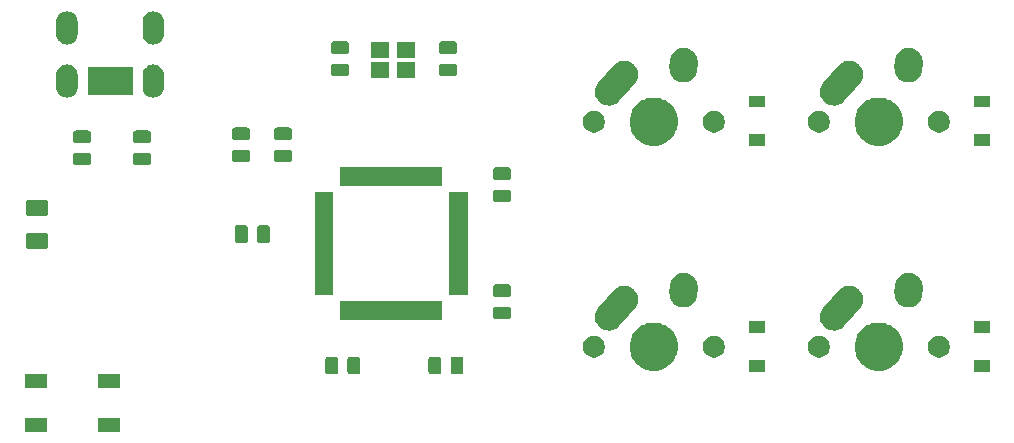
<source format=gbs>
G04 #@! TF.GenerationSoftware,KiCad,Pcbnew,(5.1.5)-1*
G04 #@! TF.CreationDate,2021-04-16T13:39:06-04:00*
G04 #@! TF.ProjectId,intro-pcb,696e7472-6f2d-4706-9362-2e6b69636164,rev?*
G04 #@! TF.SameCoordinates,Original*
G04 #@! TF.FileFunction,Soldermask,Bot*
G04 #@! TF.FilePolarity,Negative*
%FSLAX46Y46*%
G04 Gerber Fmt 4.6, Leading zero omitted, Abs format (unit mm)*
G04 Created by KiCad (PCBNEW (5.1.5)-1) date 2021-04-16 13:39:06*
%MOMM*%
%LPD*%
G04 APERTURE LIST*
%ADD10C,0.100000*%
G04 APERTURE END LIST*
D10*
G36*
X-396792750Y-65951000D02*
G01*
X-398694750Y-65951000D01*
X-398694750Y-64749000D01*
X-396792750Y-64749000D01*
X-396792750Y-65951000D01*
G37*
G36*
X-402992750Y-65951000D02*
G01*
X-404894750Y-65951000D01*
X-404894750Y-64749000D01*
X-402992750Y-64749000D01*
X-402992750Y-65951000D01*
G37*
G36*
X-402992750Y-62251000D02*
G01*
X-404894750Y-62251000D01*
X-404894750Y-61049000D01*
X-402992750Y-61049000D01*
X-402992750Y-62251000D01*
G37*
G36*
X-396792750Y-62251000D02*
G01*
X-398694750Y-62251000D01*
X-398694750Y-61049000D01*
X-396792750Y-61049000D01*
X-396792750Y-62251000D01*
G37*
G36*
X-378534282Y-59578565D02*
G01*
X-378495612Y-59590296D01*
X-378459973Y-59609346D01*
X-378428733Y-59634983D01*
X-378403096Y-59666223D01*
X-378384046Y-59701862D01*
X-378372315Y-59740532D01*
X-378367750Y-59786888D01*
X-378367750Y-60863112D01*
X-378372315Y-60909468D01*
X-378384046Y-60948138D01*
X-378403096Y-60983777D01*
X-378428733Y-61015017D01*
X-378459973Y-61040654D01*
X-378495612Y-61059704D01*
X-378534282Y-61071435D01*
X-378580638Y-61076000D01*
X-379231862Y-61076000D01*
X-379278218Y-61071435D01*
X-379316888Y-61059704D01*
X-379352527Y-61040654D01*
X-379383767Y-61015017D01*
X-379409404Y-60983777D01*
X-379428454Y-60948138D01*
X-379440185Y-60909468D01*
X-379444750Y-60863112D01*
X-379444750Y-59786888D01*
X-379440185Y-59740532D01*
X-379428454Y-59701862D01*
X-379409404Y-59666223D01*
X-379383767Y-59634983D01*
X-379352527Y-59609346D01*
X-379316888Y-59590296D01*
X-379278218Y-59578565D01*
X-379231862Y-59574000D01*
X-378580638Y-59574000D01*
X-378534282Y-59578565D01*
G37*
G36*
X-376659282Y-59578565D02*
G01*
X-376620612Y-59590296D01*
X-376584973Y-59609346D01*
X-376553733Y-59634983D01*
X-376528096Y-59666223D01*
X-376509046Y-59701862D01*
X-376497315Y-59740532D01*
X-376492750Y-59786888D01*
X-376492750Y-60863112D01*
X-376497315Y-60909468D01*
X-376509046Y-60948138D01*
X-376528096Y-60983777D01*
X-376553733Y-61015017D01*
X-376584973Y-61040654D01*
X-376620612Y-61059704D01*
X-376659282Y-61071435D01*
X-376705638Y-61076000D01*
X-377356862Y-61076000D01*
X-377403218Y-61071435D01*
X-377441888Y-61059704D01*
X-377477527Y-61040654D01*
X-377508767Y-61015017D01*
X-377534404Y-60983777D01*
X-377553454Y-60948138D01*
X-377565185Y-60909468D01*
X-377569750Y-60863112D01*
X-377569750Y-59786888D01*
X-377565185Y-59740532D01*
X-377553454Y-59701862D01*
X-377534404Y-59666223D01*
X-377508767Y-59634983D01*
X-377477527Y-59609346D01*
X-377441888Y-59590296D01*
X-377403218Y-59578565D01*
X-377356862Y-59574000D01*
X-376705638Y-59574000D01*
X-376659282Y-59578565D01*
G37*
G36*
X-367928032Y-59578565D02*
G01*
X-367889362Y-59590296D01*
X-367853723Y-59609346D01*
X-367822483Y-59634983D01*
X-367796846Y-59666223D01*
X-367777796Y-59701862D01*
X-367766065Y-59740532D01*
X-367761500Y-59786888D01*
X-367761500Y-60863112D01*
X-367766065Y-60909468D01*
X-367777796Y-60948138D01*
X-367796846Y-60983777D01*
X-367822483Y-61015017D01*
X-367853723Y-61040654D01*
X-367889362Y-61059704D01*
X-367928032Y-61071435D01*
X-367974388Y-61076000D01*
X-368625612Y-61076000D01*
X-368671968Y-61071435D01*
X-368710638Y-61059704D01*
X-368746277Y-61040654D01*
X-368777517Y-61015017D01*
X-368803154Y-60983777D01*
X-368822204Y-60948138D01*
X-368833935Y-60909468D01*
X-368838500Y-60863112D01*
X-368838500Y-59786888D01*
X-368833935Y-59740532D01*
X-368822204Y-59701862D01*
X-368803154Y-59666223D01*
X-368777517Y-59634983D01*
X-368746277Y-59609346D01*
X-368710638Y-59590296D01*
X-368671968Y-59578565D01*
X-368625612Y-59574000D01*
X-367974388Y-59574000D01*
X-367928032Y-59578565D01*
G37*
G36*
X-369803032Y-59578565D02*
G01*
X-369764362Y-59590296D01*
X-369728723Y-59609346D01*
X-369697483Y-59634983D01*
X-369671846Y-59666223D01*
X-369652796Y-59701862D01*
X-369641065Y-59740532D01*
X-369636500Y-59786888D01*
X-369636500Y-60863112D01*
X-369641065Y-60909468D01*
X-369652796Y-60948138D01*
X-369671846Y-60983777D01*
X-369697483Y-61015017D01*
X-369728723Y-61040654D01*
X-369764362Y-61059704D01*
X-369803032Y-61071435D01*
X-369849388Y-61076000D01*
X-370500612Y-61076000D01*
X-370546968Y-61071435D01*
X-370585638Y-61059704D01*
X-370621277Y-61040654D01*
X-370652517Y-61015017D01*
X-370678154Y-60983777D01*
X-370697204Y-60948138D01*
X-370708935Y-60909468D01*
X-370713500Y-60863112D01*
X-370713500Y-59786888D01*
X-370708935Y-59740532D01*
X-370697204Y-59701862D01*
X-370678154Y-59666223D01*
X-370652517Y-59634983D01*
X-370621277Y-59609346D01*
X-370585638Y-59590296D01*
X-370546968Y-59578565D01*
X-370500612Y-59574000D01*
X-369849388Y-59574000D01*
X-369803032Y-59578565D01*
G37*
G36*
X-342249000Y-60888500D02*
G01*
X-343551000Y-60888500D01*
X-343551000Y-59886500D01*
X-342249000Y-59886500D01*
X-342249000Y-60888500D01*
G37*
G36*
X-323199000Y-60888500D02*
G01*
X-324501000Y-60888500D01*
X-324501000Y-59886500D01*
X-323199000Y-59886500D01*
X-323199000Y-60888500D01*
G37*
G36*
X-351034776Y-56771184D02*
G01*
X-350816776Y-56861483D01*
X-350662627Y-56925333D01*
X-350327702Y-57149123D01*
X-350042873Y-57433952D01*
X-349819083Y-57768877D01*
X-349786688Y-57847086D01*
X-349664934Y-58141026D01*
X-349586350Y-58536094D01*
X-349586350Y-58938906D01*
X-349664934Y-59333974D01*
X-349715799Y-59456772D01*
X-349819083Y-59706123D01*
X-350042873Y-60041048D01*
X-350327702Y-60325877D01*
X-350662627Y-60549667D01*
X-350816776Y-60613517D01*
X-351034776Y-60703816D01*
X-351429844Y-60782400D01*
X-351832656Y-60782400D01*
X-352227724Y-60703816D01*
X-352445724Y-60613517D01*
X-352599873Y-60549667D01*
X-352934798Y-60325877D01*
X-353219627Y-60041048D01*
X-353443417Y-59706123D01*
X-353546701Y-59456772D01*
X-353597566Y-59333974D01*
X-353676150Y-58938906D01*
X-353676150Y-58536094D01*
X-353597566Y-58141026D01*
X-353475812Y-57847086D01*
X-353443417Y-57768877D01*
X-353219627Y-57433952D01*
X-352934798Y-57149123D01*
X-352599873Y-56925333D01*
X-352445724Y-56861483D01*
X-352227724Y-56771184D01*
X-351832656Y-56692600D01*
X-351429844Y-56692600D01*
X-351034776Y-56771184D01*
G37*
G36*
X-331984776Y-56771184D02*
G01*
X-331766776Y-56861483D01*
X-331612627Y-56925333D01*
X-331277702Y-57149123D01*
X-330992873Y-57433952D01*
X-330769083Y-57768877D01*
X-330736688Y-57847086D01*
X-330614934Y-58141026D01*
X-330536350Y-58536094D01*
X-330536350Y-58938906D01*
X-330614934Y-59333974D01*
X-330665799Y-59456772D01*
X-330769083Y-59706123D01*
X-330992873Y-60041048D01*
X-331277702Y-60325877D01*
X-331612627Y-60549667D01*
X-331766776Y-60613517D01*
X-331984776Y-60703816D01*
X-332379844Y-60782400D01*
X-332782656Y-60782400D01*
X-333177724Y-60703816D01*
X-333395724Y-60613517D01*
X-333549873Y-60549667D01*
X-333884798Y-60325877D01*
X-334169627Y-60041048D01*
X-334393417Y-59706123D01*
X-334496701Y-59456772D01*
X-334547566Y-59333974D01*
X-334626150Y-58938906D01*
X-334626150Y-58536094D01*
X-334547566Y-58141026D01*
X-334425812Y-57847086D01*
X-334393417Y-57768877D01*
X-334169627Y-57433952D01*
X-333884798Y-57149123D01*
X-333549873Y-56925333D01*
X-333395724Y-56861483D01*
X-333177724Y-56771184D01*
X-332782656Y-56692600D01*
X-332379844Y-56692600D01*
X-331984776Y-56771184D01*
G37*
G36*
X-337391146Y-57847085D02*
G01*
X-337222624Y-57916889D01*
X-337070959Y-58018228D01*
X-336941978Y-58147209D01*
X-336840639Y-58298874D01*
X-336770835Y-58467396D01*
X-336735250Y-58646297D01*
X-336735250Y-58828703D01*
X-336770835Y-59007604D01*
X-336840639Y-59176126D01*
X-336941978Y-59327791D01*
X-337070959Y-59456772D01*
X-337222624Y-59558111D01*
X-337391146Y-59627915D01*
X-337570047Y-59663500D01*
X-337752453Y-59663500D01*
X-337931354Y-59627915D01*
X-338099876Y-59558111D01*
X-338251541Y-59456772D01*
X-338380522Y-59327791D01*
X-338481861Y-59176126D01*
X-338551665Y-59007604D01*
X-338587250Y-58828703D01*
X-338587250Y-58646297D01*
X-338551665Y-58467396D01*
X-338481861Y-58298874D01*
X-338380522Y-58147209D01*
X-338251541Y-58018228D01*
X-338099876Y-57916889D01*
X-337931354Y-57847085D01*
X-337752453Y-57811500D01*
X-337570047Y-57811500D01*
X-337391146Y-57847085D01*
G37*
G36*
X-327231146Y-57847085D02*
G01*
X-327062624Y-57916889D01*
X-326910959Y-58018228D01*
X-326781978Y-58147209D01*
X-326680639Y-58298874D01*
X-326610835Y-58467396D01*
X-326575250Y-58646297D01*
X-326575250Y-58828703D01*
X-326610835Y-59007604D01*
X-326680639Y-59176126D01*
X-326781978Y-59327791D01*
X-326910959Y-59456772D01*
X-327062624Y-59558111D01*
X-327231146Y-59627915D01*
X-327410047Y-59663500D01*
X-327592453Y-59663500D01*
X-327771354Y-59627915D01*
X-327939876Y-59558111D01*
X-328091541Y-59456772D01*
X-328220522Y-59327791D01*
X-328321861Y-59176126D01*
X-328391665Y-59007604D01*
X-328427250Y-58828703D01*
X-328427250Y-58646297D01*
X-328391665Y-58467396D01*
X-328321861Y-58298874D01*
X-328220522Y-58147209D01*
X-328091541Y-58018228D01*
X-327939876Y-57916889D01*
X-327771354Y-57847085D01*
X-327592453Y-57811500D01*
X-327410047Y-57811500D01*
X-327231146Y-57847085D01*
G37*
G36*
X-346281146Y-57847085D02*
G01*
X-346112624Y-57916889D01*
X-345960959Y-58018228D01*
X-345831978Y-58147209D01*
X-345730639Y-58298874D01*
X-345660835Y-58467396D01*
X-345625250Y-58646297D01*
X-345625250Y-58828703D01*
X-345660835Y-59007604D01*
X-345730639Y-59176126D01*
X-345831978Y-59327791D01*
X-345960959Y-59456772D01*
X-346112624Y-59558111D01*
X-346281146Y-59627915D01*
X-346460047Y-59663500D01*
X-346642453Y-59663500D01*
X-346821354Y-59627915D01*
X-346989876Y-59558111D01*
X-347141541Y-59456772D01*
X-347270522Y-59327791D01*
X-347371861Y-59176126D01*
X-347441665Y-59007604D01*
X-347477250Y-58828703D01*
X-347477250Y-58646297D01*
X-347441665Y-58467396D01*
X-347371861Y-58298874D01*
X-347270522Y-58147209D01*
X-347141541Y-58018228D01*
X-346989876Y-57916889D01*
X-346821354Y-57847085D01*
X-346642453Y-57811500D01*
X-346460047Y-57811500D01*
X-346281146Y-57847085D01*
G37*
G36*
X-356441146Y-57847085D02*
G01*
X-356272624Y-57916889D01*
X-356120959Y-58018228D01*
X-355991978Y-58147209D01*
X-355890639Y-58298874D01*
X-355820835Y-58467396D01*
X-355785250Y-58646297D01*
X-355785250Y-58828703D01*
X-355820835Y-59007604D01*
X-355890639Y-59176126D01*
X-355991978Y-59327791D01*
X-356120959Y-59456772D01*
X-356272624Y-59558111D01*
X-356441146Y-59627915D01*
X-356620047Y-59663500D01*
X-356802453Y-59663500D01*
X-356981354Y-59627915D01*
X-357149876Y-59558111D01*
X-357301541Y-59456772D01*
X-357430522Y-59327791D01*
X-357531861Y-59176126D01*
X-357601665Y-59007604D01*
X-357637250Y-58828703D01*
X-357637250Y-58646297D01*
X-357601665Y-58467396D01*
X-357531861Y-58298874D01*
X-357430522Y-58147209D01*
X-357301541Y-58018228D01*
X-357149876Y-57916889D01*
X-356981354Y-57847085D01*
X-356802453Y-57811500D01*
X-356620047Y-57811500D01*
X-356441146Y-57847085D01*
G37*
G36*
X-323199000Y-57588500D02*
G01*
X-324501000Y-57588500D01*
X-324501000Y-56586500D01*
X-323199000Y-56586500D01*
X-323199000Y-57588500D01*
G37*
G36*
X-342249000Y-57588500D02*
G01*
X-343551000Y-57588500D01*
X-343551000Y-56586500D01*
X-342249000Y-56586500D01*
X-342249000Y-57588500D01*
G37*
G36*
X-354108045Y-53561381D02*
G01*
X-354102605Y-53561500D01*
X-354015422Y-53561500D01*
X-353999153Y-53564736D01*
X-353980294Y-53567015D01*
X-353963718Y-53567746D01*
X-353879027Y-53588510D01*
X-353873732Y-53589684D01*
X-353788223Y-53606693D01*
X-353772888Y-53613045D01*
X-353754849Y-53618955D01*
X-353738729Y-53622907D01*
X-353659746Y-53659780D01*
X-353654756Y-53661977D01*
X-353574205Y-53695342D01*
X-353560409Y-53704560D01*
X-353543857Y-53713882D01*
X-353528824Y-53720900D01*
X-353458556Y-53772471D01*
X-353454058Y-53775622D01*
X-353381594Y-53824041D01*
X-353369867Y-53835768D01*
X-353355441Y-53848148D01*
X-353342071Y-53857961D01*
X-353342070Y-53857962D01*
X-353283229Y-53922233D01*
X-353279421Y-53926214D01*
X-353217791Y-53987844D01*
X-353208576Y-54001635D01*
X-353196854Y-54016578D01*
X-353185645Y-54028821D01*
X-353140451Y-54103374D01*
X-353137504Y-54108001D01*
X-353089092Y-54180455D01*
X-353082745Y-54195777D01*
X-353074158Y-54212731D01*
X-353065559Y-54226917D01*
X-353035772Y-54308868D01*
X-353033798Y-54313948D01*
X-353000443Y-54394473D01*
X-353000443Y-54394474D01*
X-352997209Y-54410733D01*
X-352992092Y-54429042D01*
X-352986425Y-54444634D01*
X-352973195Y-54530845D01*
X-352972249Y-54536213D01*
X-352955250Y-54621673D01*
X-352955250Y-54638252D01*
X-352953806Y-54657192D01*
X-352951287Y-54673604D01*
X-352955130Y-54760749D01*
X-352955250Y-54766189D01*
X-352955250Y-54853325D01*
X-352958484Y-54869583D01*
X-352960762Y-54888441D01*
X-352961494Y-54905031D01*
X-352982262Y-54989737D01*
X-352983438Y-54995037D01*
X-353000443Y-55080527D01*
X-353006793Y-55095857D01*
X-353012701Y-55113893D01*
X-353016655Y-55130020D01*
X-353053539Y-55209026D01*
X-353055739Y-55214023D01*
X-353089092Y-55294545D01*
X-353098306Y-55308335D01*
X-353107628Y-55324887D01*
X-353114648Y-55339924D01*
X-353166239Y-55410220D01*
X-353169384Y-55414710D01*
X-353217789Y-55487154D01*
X-353274790Y-55544155D01*
X-353279439Y-55549063D01*
X-353710939Y-56029970D01*
X-354604527Y-57025876D01*
X-354732571Y-57143102D01*
X-354831620Y-57203146D01*
X-354930667Y-57263189D01*
X-355148384Y-57342323D01*
X-355377355Y-57377461D01*
X-355608780Y-57367254D01*
X-355833769Y-57312093D01*
X-355938523Y-57263189D01*
X-356043671Y-57214102D01*
X-356140412Y-57143102D01*
X-356230427Y-57077039D01*
X-356304856Y-56995741D01*
X-356386852Y-56906179D01*
X-356468686Y-56771185D01*
X-356506939Y-56708083D01*
X-356586073Y-56490366D01*
X-356621211Y-56261395D01*
X-356611004Y-56029970D01*
X-356555843Y-55804981D01*
X-356504278Y-55694528D01*
X-356457852Y-55595080D01*
X-356457850Y-55595077D01*
X-356355136Y-55455122D01*
X-355600005Y-54613527D01*
X-355068463Y-54021121D01*
X-355057569Y-54007089D01*
X-355044711Y-53987846D01*
X-354987677Y-53930812D01*
X-354983027Y-53925903D01*
X-354967972Y-53909124D01*
X-354946549Y-53889511D01*
X-354942568Y-53885703D01*
X-354880904Y-53824039D01*
X-354867107Y-53814820D01*
X-354852148Y-53803085D01*
X-354839929Y-53791898D01*
X-354807865Y-53772461D01*
X-354765420Y-53746731D01*
X-354760829Y-53743808D01*
X-354688295Y-53695342D01*
X-354672950Y-53688986D01*
X-354656002Y-53680401D01*
X-354641834Y-53671812D01*
X-354641833Y-53671812D01*
X-354641832Y-53671811D01*
X-354559938Y-53642045D01*
X-354554840Y-53640063D01*
X-354474277Y-53606693D01*
X-354457998Y-53603455D01*
X-354439708Y-53598344D01*
X-354424115Y-53592677D01*
X-354337950Y-53579454D01*
X-354332587Y-53578509D01*
X-354247077Y-53561500D01*
X-354230484Y-53561500D01*
X-354211541Y-53560055D01*
X-354195144Y-53557539D01*
X-354108045Y-53561381D01*
G37*
G36*
X-335058045Y-53561381D02*
G01*
X-335052605Y-53561500D01*
X-334965422Y-53561500D01*
X-334949153Y-53564736D01*
X-334930294Y-53567015D01*
X-334913718Y-53567746D01*
X-334829027Y-53588510D01*
X-334823732Y-53589684D01*
X-334738223Y-53606693D01*
X-334722888Y-53613045D01*
X-334704849Y-53618955D01*
X-334688729Y-53622907D01*
X-334609746Y-53659780D01*
X-334604756Y-53661977D01*
X-334524205Y-53695342D01*
X-334510409Y-53704560D01*
X-334493857Y-53713882D01*
X-334478824Y-53720900D01*
X-334408556Y-53772471D01*
X-334404058Y-53775622D01*
X-334331594Y-53824041D01*
X-334319867Y-53835768D01*
X-334305441Y-53848148D01*
X-334292071Y-53857961D01*
X-334292070Y-53857962D01*
X-334233229Y-53922233D01*
X-334229421Y-53926214D01*
X-334167791Y-53987844D01*
X-334158576Y-54001635D01*
X-334146854Y-54016578D01*
X-334135645Y-54028821D01*
X-334090451Y-54103374D01*
X-334087504Y-54108001D01*
X-334039092Y-54180455D01*
X-334032745Y-54195777D01*
X-334024158Y-54212731D01*
X-334015559Y-54226917D01*
X-333985772Y-54308868D01*
X-333983798Y-54313948D01*
X-333950443Y-54394473D01*
X-333950443Y-54394474D01*
X-333947209Y-54410733D01*
X-333942092Y-54429042D01*
X-333936425Y-54444634D01*
X-333923195Y-54530845D01*
X-333922249Y-54536213D01*
X-333905250Y-54621673D01*
X-333905250Y-54638252D01*
X-333903806Y-54657192D01*
X-333901287Y-54673604D01*
X-333905130Y-54760749D01*
X-333905250Y-54766189D01*
X-333905250Y-54853325D01*
X-333908484Y-54869583D01*
X-333910762Y-54888441D01*
X-333911494Y-54905031D01*
X-333932262Y-54989737D01*
X-333933438Y-54995037D01*
X-333950443Y-55080527D01*
X-333956793Y-55095857D01*
X-333962701Y-55113893D01*
X-333966655Y-55130020D01*
X-334003539Y-55209026D01*
X-334005739Y-55214023D01*
X-334039092Y-55294545D01*
X-334048306Y-55308335D01*
X-334057628Y-55324887D01*
X-334064648Y-55339924D01*
X-334116239Y-55410220D01*
X-334119384Y-55414710D01*
X-334167789Y-55487154D01*
X-334224790Y-55544155D01*
X-334229439Y-55549063D01*
X-334660939Y-56029970D01*
X-335554527Y-57025876D01*
X-335682571Y-57143102D01*
X-335781620Y-57203146D01*
X-335880667Y-57263189D01*
X-336098384Y-57342323D01*
X-336327355Y-57377461D01*
X-336558780Y-57367254D01*
X-336783769Y-57312093D01*
X-336888523Y-57263189D01*
X-336993671Y-57214102D01*
X-337090412Y-57143102D01*
X-337180427Y-57077039D01*
X-337254856Y-56995741D01*
X-337336852Y-56906179D01*
X-337418686Y-56771185D01*
X-337456939Y-56708083D01*
X-337536073Y-56490366D01*
X-337571211Y-56261395D01*
X-337561004Y-56029970D01*
X-337505843Y-55804981D01*
X-337454278Y-55694528D01*
X-337407852Y-55595080D01*
X-337407850Y-55595077D01*
X-337305136Y-55455122D01*
X-336550005Y-54613527D01*
X-336018463Y-54021121D01*
X-336007569Y-54007089D01*
X-335994711Y-53987846D01*
X-335937677Y-53930812D01*
X-335933027Y-53925903D01*
X-335917972Y-53909124D01*
X-335896549Y-53889511D01*
X-335892568Y-53885703D01*
X-335830904Y-53824039D01*
X-335817107Y-53814820D01*
X-335802148Y-53803085D01*
X-335789929Y-53791898D01*
X-335757865Y-53772461D01*
X-335715420Y-53746731D01*
X-335710829Y-53743808D01*
X-335638295Y-53695342D01*
X-335622950Y-53688986D01*
X-335606002Y-53680401D01*
X-335591834Y-53671812D01*
X-335591833Y-53671812D01*
X-335591832Y-53671811D01*
X-335509938Y-53642045D01*
X-335504840Y-53640063D01*
X-335424277Y-53606693D01*
X-335407998Y-53603455D01*
X-335389708Y-53598344D01*
X-335374115Y-53592677D01*
X-335287950Y-53579454D01*
X-335282587Y-53578509D01*
X-335197077Y-53561500D01*
X-335180484Y-53561500D01*
X-335161541Y-53560055D01*
X-335145144Y-53557539D01*
X-335058045Y-53561381D01*
G37*
G36*
X-369530250Y-56507250D02*
G01*
X-378182250Y-56507250D01*
X-378182250Y-54905250D01*
X-369530250Y-54905250D01*
X-369530250Y-56507250D01*
G37*
G36*
X-363905532Y-55346065D02*
G01*
X-363866862Y-55357796D01*
X-363831223Y-55376846D01*
X-363799983Y-55402483D01*
X-363774346Y-55433723D01*
X-363755296Y-55469362D01*
X-363743565Y-55508032D01*
X-363739000Y-55554388D01*
X-363739000Y-56205612D01*
X-363743565Y-56251968D01*
X-363755296Y-56290638D01*
X-363774346Y-56326277D01*
X-363799983Y-56357517D01*
X-363831223Y-56383154D01*
X-363866862Y-56402204D01*
X-363905532Y-56413935D01*
X-363951888Y-56418500D01*
X-365028112Y-56418500D01*
X-365074468Y-56413935D01*
X-365113138Y-56402204D01*
X-365148777Y-56383154D01*
X-365180017Y-56357517D01*
X-365205654Y-56326277D01*
X-365224704Y-56290638D01*
X-365236435Y-56251968D01*
X-365241000Y-56205612D01*
X-365241000Y-55554388D01*
X-365236435Y-55508032D01*
X-365224704Y-55469362D01*
X-365205654Y-55433723D01*
X-365180017Y-55402483D01*
X-365148777Y-55376846D01*
X-365113138Y-55357796D01*
X-365074468Y-55346065D01*
X-365028112Y-55341500D01*
X-363951888Y-55341500D01*
X-363905532Y-55346065D01*
G37*
G36*
X-329953123Y-52479761D02*
G01*
X-329932350Y-52481500D01*
X-329925423Y-52481500D01*
X-329830496Y-52500382D01*
X-329826902Y-52501042D01*
X-329731520Y-52517124D01*
X-329725047Y-52519585D01*
X-329705022Y-52525341D01*
X-329698223Y-52526693D01*
X-329635836Y-52552534D01*
X-329608807Y-52563730D01*
X-329605406Y-52565081D01*
X-329514995Y-52599461D01*
X-329509123Y-52603140D01*
X-329490614Y-52612687D01*
X-329484205Y-52615342D01*
X-329403687Y-52669142D01*
X-329400696Y-52671078D01*
X-329318693Y-52722459D01*
X-329313666Y-52727200D01*
X-329297354Y-52740191D01*
X-329291598Y-52744037D01*
X-329223140Y-52812495D01*
X-329220561Y-52814999D01*
X-329150160Y-52881389D01*
X-329146155Y-52887019D01*
X-329132691Y-52902944D01*
X-329127791Y-52907844D01*
X-329074006Y-52988339D01*
X-329071959Y-52991307D01*
X-329015870Y-53070145D01*
X-329013036Y-53076458D01*
X-329002942Y-53094693D01*
X-328999092Y-53100455D01*
X-328962030Y-53189930D01*
X-328960626Y-53193185D01*
X-328920985Y-53281473D01*
X-328919435Y-53288225D01*
X-328913098Y-53308062D01*
X-328910443Y-53314473D01*
X-328891558Y-53409417D01*
X-328890812Y-53412901D01*
X-328869152Y-53507251D01*
X-328869016Y-53511877D01*
X-328868950Y-53514154D01*
X-328866603Y-53534870D01*
X-328865250Y-53541674D01*
X-328865250Y-53638486D01*
X-328865197Y-53642084D01*
X-328864062Y-53680777D01*
X-328864955Y-53693725D01*
X-328865250Y-53702297D01*
X-328865250Y-53773326D01*
X-328871169Y-53803085D01*
X-328871646Y-53805479D01*
X-328873750Y-53821250D01*
X-328912012Y-54376045D01*
X-328940874Y-54547230D01*
X-329023212Y-54763755D01*
X-329146209Y-54960057D01*
X-329305139Y-55128590D01*
X-329493895Y-55262880D01*
X-329705223Y-55357765D01*
X-329931001Y-55409598D01*
X-330162552Y-55416389D01*
X-330162553Y-55416389D01*
X-330208238Y-55408686D01*
X-330390980Y-55377876D01*
X-330607505Y-55295538D01*
X-330803807Y-55172541D01*
X-330972340Y-55013611D01*
X-331106630Y-54824855D01*
X-331201515Y-54613527D01*
X-331253348Y-54387749D01*
X-331258438Y-54214223D01*
X-331217546Y-53621294D01*
X-331217250Y-53612696D01*
X-331217250Y-53541675D01*
X-331210403Y-53507251D01*
X-331198362Y-53446719D01*
X-331197706Y-53443145D01*
X-331192019Y-53409417D01*
X-331181626Y-53347770D01*
X-331179165Y-53341299D01*
X-331173408Y-53321267D01*
X-331172057Y-53314474D01*
X-331169407Y-53308076D01*
X-331134986Y-53224976D01*
X-331133697Y-53221730D01*
X-331099288Y-53131245D01*
X-331095614Y-53125381D01*
X-331086063Y-53106865D01*
X-331083408Y-53100455D01*
X-331029593Y-53019915D01*
X-331027673Y-53016949D01*
X-330976291Y-52934943D01*
X-330971539Y-52929904D01*
X-330958561Y-52913607D01*
X-330954713Y-52907848D01*
X-330886257Y-52839392D01*
X-330883704Y-52836762D01*
X-330863227Y-52815048D01*
X-330817361Y-52766410D01*
X-330811729Y-52762403D01*
X-330795803Y-52748938D01*
X-330790904Y-52744039D01*
X-330710426Y-52690266D01*
X-330707444Y-52688210D01*
X-330628605Y-52632120D01*
X-330622295Y-52629287D01*
X-330604056Y-52619191D01*
X-330598299Y-52615344D01*
X-330598296Y-52615343D01*
X-330598295Y-52615342D01*
X-330508821Y-52578281D01*
X-330505563Y-52576875D01*
X-330417277Y-52537235D01*
X-330410525Y-52535685D01*
X-330390688Y-52529348D01*
X-330384277Y-52526693D01*
X-330289351Y-52507811D01*
X-330285804Y-52507051D01*
X-330191499Y-52485401D01*
X-330189120Y-52485331D01*
X-330184585Y-52485198D01*
X-330163869Y-52482851D01*
X-330157076Y-52481500D01*
X-330060291Y-52481500D01*
X-330056666Y-52481447D01*
X-329959948Y-52478610D01*
X-329953123Y-52479761D01*
G37*
G36*
X-349003123Y-52479761D02*
G01*
X-348982350Y-52481500D01*
X-348975423Y-52481500D01*
X-348880496Y-52500382D01*
X-348876902Y-52501042D01*
X-348781520Y-52517124D01*
X-348775047Y-52519585D01*
X-348755022Y-52525341D01*
X-348748223Y-52526693D01*
X-348685836Y-52552534D01*
X-348658807Y-52563730D01*
X-348655406Y-52565081D01*
X-348564995Y-52599461D01*
X-348559123Y-52603140D01*
X-348540614Y-52612687D01*
X-348534205Y-52615342D01*
X-348453687Y-52669142D01*
X-348450696Y-52671078D01*
X-348368693Y-52722459D01*
X-348363666Y-52727200D01*
X-348347354Y-52740191D01*
X-348341598Y-52744037D01*
X-348273140Y-52812495D01*
X-348270561Y-52814999D01*
X-348200160Y-52881389D01*
X-348196155Y-52887019D01*
X-348182691Y-52902944D01*
X-348177791Y-52907844D01*
X-348124006Y-52988339D01*
X-348121959Y-52991307D01*
X-348065870Y-53070145D01*
X-348063036Y-53076458D01*
X-348052942Y-53094693D01*
X-348049092Y-53100455D01*
X-348012030Y-53189930D01*
X-348010626Y-53193185D01*
X-347970985Y-53281473D01*
X-347969435Y-53288225D01*
X-347963098Y-53308062D01*
X-347960443Y-53314473D01*
X-347941558Y-53409417D01*
X-347940812Y-53412901D01*
X-347919152Y-53507251D01*
X-347919016Y-53511877D01*
X-347918950Y-53514154D01*
X-347916603Y-53534870D01*
X-347915250Y-53541674D01*
X-347915250Y-53638486D01*
X-347915197Y-53642084D01*
X-347914062Y-53680777D01*
X-347914955Y-53693725D01*
X-347915250Y-53702297D01*
X-347915250Y-53773326D01*
X-347921169Y-53803085D01*
X-347921646Y-53805479D01*
X-347923750Y-53821250D01*
X-347962012Y-54376045D01*
X-347990874Y-54547230D01*
X-348073212Y-54763755D01*
X-348196209Y-54960057D01*
X-348355139Y-55128590D01*
X-348543895Y-55262880D01*
X-348755223Y-55357765D01*
X-348981001Y-55409598D01*
X-349212552Y-55416389D01*
X-349212553Y-55416389D01*
X-349258238Y-55408686D01*
X-349440980Y-55377876D01*
X-349657505Y-55295538D01*
X-349853807Y-55172541D01*
X-350022340Y-55013611D01*
X-350156630Y-54824855D01*
X-350251515Y-54613527D01*
X-350303348Y-54387749D01*
X-350308438Y-54214223D01*
X-350267546Y-53621294D01*
X-350267250Y-53612696D01*
X-350267250Y-53541675D01*
X-350260403Y-53507251D01*
X-350248362Y-53446719D01*
X-350247706Y-53443145D01*
X-350242019Y-53409417D01*
X-350231626Y-53347770D01*
X-350229165Y-53341299D01*
X-350223408Y-53321267D01*
X-350222057Y-53314474D01*
X-350219407Y-53308076D01*
X-350184986Y-53224976D01*
X-350183697Y-53221730D01*
X-350149288Y-53131245D01*
X-350145614Y-53125381D01*
X-350136063Y-53106865D01*
X-350133408Y-53100455D01*
X-350079593Y-53019915D01*
X-350077673Y-53016949D01*
X-350026291Y-52934943D01*
X-350021539Y-52929904D01*
X-350008561Y-52913607D01*
X-350004713Y-52907848D01*
X-349936257Y-52839392D01*
X-349933704Y-52836762D01*
X-349913227Y-52815048D01*
X-349867361Y-52766410D01*
X-349861729Y-52762403D01*
X-349845803Y-52748938D01*
X-349840904Y-52744039D01*
X-349760426Y-52690266D01*
X-349757444Y-52688210D01*
X-349678605Y-52632120D01*
X-349672295Y-52629287D01*
X-349654056Y-52619191D01*
X-349648299Y-52615344D01*
X-349648296Y-52615343D01*
X-349648295Y-52615342D01*
X-349558821Y-52578281D01*
X-349555563Y-52576875D01*
X-349467277Y-52537235D01*
X-349460525Y-52535685D01*
X-349440688Y-52529348D01*
X-349434277Y-52526693D01*
X-349339351Y-52507811D01*
X-349335804Y-52507051D01*
X-349241499Y-52485401D01*
X-349239120Y-52485331D01*
X-349234585Y-52485198D01*
X-349213869Y-52482851D01*
X-349207076Y-52481500D01*
X-349110291Y-52481500D01*
X-349106666Y-52481447D01*
X-349009948Y-52478610D01*
X-349003123Y-52479761D01*
G37*
G36*
X-363905532Y-53471065D02*
G01*
X-363866862Y-53482796D01*
X-363831223Y-53501846D01*
X-363799983Y-53527483D01*
X-363774346Y-53558723D01*
X-363755296Y-53594362D01*
X-363743565Y-53633032D01*
X-363739000Y-53679388D01*
X-363739000Y-54330612D01*
X-363743565Y-54376968D01*
X-363755296Y-54415638D01*
X-363774346Y-54451277D01*
X-363799983Y-54482517D01*
X-363831223Y-54508154D01*
X-363866862Y-54527204D01*
X-363905532Y-54538935D01*
X-363951888Y-54543500D01*
X-365028112Y-54543500D01*
X-365074468Y-54538935D01*
X-365113138Y-54527204D01*
X-365148777Y-54508154D01*
X-365180017Y-54482517D01*
X-365205654Y-54451277D01*
X-365224704Y-54415638D01*
X-365236435Y-54376968D01*
X-365241000Y-54330612D01*
X-365241000Y-53679388D01*
X-365236435Y-53633032D01*
X-365224704Y-53594362D01*
X-365205654Y-53558723D01*
X-365180017Y-53527483D01*
X-365148777Y-53501846D01*
X-365113138Y-53482796D01*
X-365074468Y-53471065D01*
X-365028112Y-53466500D01*
X-363951888Y-53466500D01*
X-363905532Y-53471065D01*
G37*
G36*
X-378755250Y-54332250D02*
G01*
X-380357250Y-54332250D01*
X-380357250Y-45680250D01*
X-378755250Y-45680250D01*
X-378755250Y-54332250D01*
G37*
G36*
X-367355250Y-54332250D02*
G01*
X-368957250Y-54332250D01*
X-368957250Y-45680250D01*
X-367355250Y-45680250D01*
X-367355250Y-54332250D01*
G37*
G36*
X-403091396Y-49118347D02*
G01*
X-403054856Y-49129432D01*
X-403021179Y-49147433D01*
X-402991659Y-49171659D01*
X-402967433Y-49201179D01*
X-402949432Y-49234856D01*
X-402938347Y-49271396D01*
X-402934000Y-49315538D01*
X-402934000Y-50264462D01*
X-402938347Y-50308604D01*
X-402949432Y-50345144D01*
X-402967433Y-50378821D01*
X-402991659Y-50408341D01*
X-403021179Y-50432567D01*
X-403054856Y-50450568D01*
X-403091396Y-50461653D01*
X-403135538Y-50466000D01*
X-404584462Y-50466000D01*
X-404628604Y-50461653D01*
X-404665144Y-50450568D01*
X-404698821Y-50432567D01*
X-404728341Y-50408341D01*
X-404752567Y-50378821D01*
X-404770568Y-50345144D01*
X-404781653Y-50308604D01*
X-404786000Y-50264462D01*
X-404786000Y-49315538D01*
X-404781653Y-49271396D01*
X-404770568Y-49234856D01*
X-404752567Y-49201179D01*
X-404728341Y-49171659D01*
X-404698821Y-49147433D01*
X-404665144Y-49129432D01*
X-404628604Y-49118347D01*
X-404584462Y-49114000D01*
X-403135538Y-49114000D01*
X-403091396Y-49118347D01*
G37*
G36*
X-384309282Y-48466065D02*
G01*
X-384270612Y-48477796D01*
X-384234973Y-48496846D01*
X-384203733Y-48522483D01*
X-384178096Y-48553723D01*
X-384159046Y-48589362D01*
X-384147315Y-48628032D01*
X-384142750Y-48674388D01*
X-384142750Y-49750612D01*
X-384147315Y-49796968D01*
X-384159046Y-49835638D01*
X-384178096Y-49871277D01*
X-384203733Y-49902517D01*
X-384234973Y-49928154D01*
X-384270612Y-49947204D01*
X-384309282Y-49958935D01*
X-384355638Y-49963500D01*
X-385006862Y-49963500D01*
X-385053218Y-49958935D01*
X-385091888Y-49947204D01*
X-385127527Y-49928154D01*
X-385158767Y-49902517D01*
X-385184404Y-49871277D01*
X-385203454Y-49835638D01*
X-385215185Y-49796968D01*
X-385219750Y-49750612D01*
X-385219750Y-48674388D01*
X-385215185Y-48628032D01*
X-385203454Y-48589362D01*
X-385184404Y-48553723D01*
X-385158767Y-48522483D01*
X-385127527Y-48496846D01*
X-385091888Y-48477796D01*
X-385053218Y-48466065D01*
X-385006862Y-48461500D01*
X-384355638Y-48461500D01*
X-384309282Y-48466065D01*
G37*
G36*
X-386184282Y-48466065D02*
G01*
X-386145612Y-48477796D01*
X-386109973Y-48496846D01*
X-386078733Y-48522483D01*
X-386053096Y-48553723D01*
X-386034046Y-48589362D01*
X-386022315Y-48628032D01*
X-386017750Y-48674388D01*
X-386017750Y-49750612D01*
X-386022315Y-49796968D01*
X-386034046Y-49835638D01*
X-386053096Y-49871277D01*
X-386078733Y-49902517D01*
X-386109973Y-49928154D01*
X-386145612Y-49947204D01*
X-386184282Y-49958935D01*
X-386230638Y-49963500D01*
X-386881862Y-49963500D01*
X-386928218Y-49958935D01*
X-386966888Y-49947204D01*
X-387002527Y-49928154D01*
X-387033767Y-49902517D01*
X-387059404Y-49871277D01*
X-387078454Y-49835638D01*
X-387090185Y-49796968D01*
X-387094750Y-49750612D01*
X-387094750Y-48674388D01*
X-387090185Y-48628032D01*
X-387078454Y-48589362D01*
X-387059404Y-48553723D01*
X-387033767Y-48522483D01*
X-387002527Y-48496846D01*
X-386966888Y-48477796D01*
X-386928218Y-48466065D01*
X-386881862Y-48461500D01*
X-386230638Y-48461500D01*
X-386184282Y-48466065D01*
G37*
G36*
X-403091396Y-46318347D02*
G01*
X-403054856Y-46329432D01*
X-403021179Y-46347433D01*
X-402991659Y-46371659D01*
X-402967433Y-46401179D01*
X-402949432Y-46434856D01*
X-402938347Y-46471396D01*
X-402934000Y-46515538D01*
X-402934000Y-47464462D01*
X-402938347Y-47508604D01*
X-402949432Y-47545144D01*
X-402967433Y-47578821D01*
X-402991659Y-47608341D01*
X-403021179Y-47632567D01*
X-403054856Y-47650568D01*
X-403091396Y-47661653D01*
X-403135538Y-47666000D01*
X-404584462Y-47666000D01*
X-404628604Y-47661653D01*
X-404665144Y-47650568D01*
X-404698821Y-47632567D01*
X-404728341Y-47608341D01*
X-404752567Y-47578821D01*
X-404770568Y-47545144D01*
X-404781653Y-47508604D01*
X-404786000Y-47464462D01*
X-404786000Y-46515538D01*
X-404781653Y-46471396D01*
X-404770568Y-46434856D01*
X-404752567Y-46401179D01*
X-404728341Y-46371659D01*
X-404698821Y-46347433D01*
X-404665144Y-46329432D01*
X-404628604Y-46318347D01*
X-404584462Y-46314000D01*
X-403135538Y-46314000D01*
X-403091396Y-46318347D01*
G37*
G36*
X-363905532Y-45440065D02*
G01*
X-363866862Y-45451796D01*
X-363831223Y-45470846D01*
X-363799983Y-45496483D01*
X-363774346Y-45527723D01*
X-363755296Y-45563362D01*
X-363743565Y-45602032D01*
X-363739000Y-45648388D01*
X-363739000Y-46299612D01*
X-363743565Y-46345968D01*
X-363755296Y-46384638D01*
X-363774346Y-46420277D01*
X-363799983Y-46451517D01*
X-363831223Y-46477154D01*
X-363866862Y-46496204D01*
X-363905532Y-46507935D01*
X-363951888Y-46512500D01*
X-365028112Y-46512500D01*
X-365074468Y-46507935D01*
X-365113138Y-46496204D01*
X-365148777Y-46477154D01*
X-365180017Y-46451517D01*
X-365205654Y-46420277D01*
X-365224704Y-46384638D01*
X-365236435Y-46345968D01*
X-365241000Y-46299612D01*
X-365241000Y-45648388D01*
X-365236435Y-45602032D01*
X-365224704Y-45563362D01*
X-365205654Y-45527723D01*
X-365180017Y-45496483D01*
X-365148777Y-45470846D01*
X-365113138Y-45451796D01*
X-365074468Y-45440065D01*
X-365028112Y-45435500D01*
X-363951888Y-45435500D01*
X-363905532Y-45440065D01*
G37*
G36*
X-369530250Y-45107250D02*
G01*
X-378182250Y-45107250D01*
X-378182250Y-43505250D01*
X-369530250Y-43505250D01*
X-369530250Y-45107250D01*
G37*
G36*
X-363905532Y-43565065D02*
G01*
X-363866862Y-43576796D01*
X-363831223Y-43595846D01*
X-363799983Y-43621483D01*
X-363774346Y-43652723D01*
X-363755296Y-43688362D01*
X-363743565Y-43727032D01*
X-363739000Y-43773388D01*
X-363739000Y-44424612D01*
X-363743565Y-44470968D01*
X-363755296Y-44509638D01*
X-363774346Y-44545277D01*
X-363799983Y-44576517D01*
X-363831223Y-44602154D01*
X-363866862Y-44621204D01*
X-363905532Y-44632935D01*
X-363951888Y-44637500D01*
X-365028112Y-44637500D01*
X-365074468Y-44632935D01*
X-365113138Y-44621204D01*
X-365148777Y-44602154D01*
X-365180017Y-44576517D01*
X-365205654Y-44545277D01*
X-365224704Y-44509638D01*
X-365236435Y-44470968D01*
X-365241000Y-44424612D01*
X-365241000Y-43773388D01*
X-365236435Y-43727032D01*
X-365224704Y-43688362D01*
X-365205654Y-43652723D01*
X-365180017Y-43621483D01*
X-365148777Y-43595846D01*
X-365113138Y-43576796D01*
X-365074468Y-43565065D01*
X-365028112Y-43560500D01*
X-363951888Y-43560500D01*
X-363905532Y-43565065D01*
G37*
G36*
X-399465532Y-42313565D02*
G01*
X-399426862Y-42325296D01*
X-399391223Y-42344346D01*
X-399359983Y-42369983D01*
X-399334346Y-42401223D01*
X-399315296Y-42436862D01*
X-399303565Y-42475532D01*
X-399299000Y-42521888D01*
X-399299000Y-43173112D01*
X-399303565Y-43219468D01*
X-399315296Y-43258138D01*
X-399334346Y-43293777D01*
X-399359983Y-43325017D01*
X-399391223Y-43350654D01*
X-399426862Y-43369704D01*
X-399465532Y-43381435D01*
X-399511888Y-43386000D01*
X-400588112Y-43386000D01*
X-400634468Y-43381435D01*
X-400673138Y-43369704D01*
X-400708777Y-43350654D01*
X-400740017Y-43325017D01*
X-400765654Y-43293777D01*
X-400784704Y-43258138D01*
X-400796435Y-43219468D01*
X-400801000Y-43173112D01*
X-400801000Y-42521888D01*
X-400796435Y-42475532D01*
X-400784704Y-42436862D01*
X-400765654Y-42401223D01*
X-400740017Y-42369983D01*
X-400708777Y-42344346D01*
X-400673138Y-42325296D01*
X-400634468Y-42313565D01*
X-400588112Y-42309000D01*
X-399511888Y-42309000D01*
X-399465532Y-42313565D01*
G37*
G36*
X-394385532Y-42313565D02*
G01*
X-394346862Y-42325296D01*
X-394311223Y-42344346D01*
X-394279983Y-42369983D01*
X-394254346Y-42401223D01*
X-394235296Y-42436862D01*
X-394223565Y-42475532D01*
X-394219000Y-42521888D01*
X-394219000Y-43173112D01*
X-394223565Y-43219468D01*
X-394235296Y-43258138D01*
X-394254346Y-43293777D01*
X-394279983Y-43325017D01*
X-394311223Y-43350654D01*
X-394346862Y-43369704D01*
X-394385532Y-43381435D01*
X-394431888Y-43386000D01*
X-395508112Y-43386000D01*
X-395554468Y-43381435D01*
X-395593138Y-43369704D01*
X-395628777Y-43350654D01*
X-395660017Y-43325017D01*
X-395685654Y-43293777D01*
X-395704704Y-43258138D01*
X-395716435Y-43219468D01*
X-395721000Y-43173112D01*
X-395721000Y-42521888D01*
X-395716435Y-42475532D01*
X-395704704Y-42436862D01*
X-395685654Y-42401223D01*
X-395660017Y-42369983D01*
X-395628777Y-42344346D01*
X-395593138Y-42325296D01*
X-395554468Y-42313565D01*
X-395508112Y-42309000D01*
X-394431888Y-42309000D01*
X-394385532Y-42313565D01*
G37*
G36*
X-382447532Y-42059565D02*
G01*
X-382408862Y-42071296D01*
X-382373223Y-42090346D01*
X-382341983Y-42115983D01*
X-382316346Y-42147223D01*
X-382297296Y-42182862D01*
X-382285565Y-42221532D01*
X-382281000Y-42267888D01*
X-382281000Y-42919112D01*
X-382285565Y-42965468D01*
X-382297296Y-43004138D01*
X-382316346Y-43039777D01*
X-382341983Y-43071017D01*
X-382373223Y-43096654D01*
X-382408862Y-43115704D01*
X-382447532Y-43127435D01*
X-382493888Y-43132000D01*
X-383570112Y-43132000D01*
X-383616468Y-43127435D01*
X-383655138Y-43115704D01*
X-383690777Y-43096654D01*
X-383722017Y-43071017D01*
X-383747654Y-43039777D01*
X-383766704Y-43004138D01*
X-383778435Y-42965468D01*
X-383783000Y-42919112D01*
X-383783000Y-42267888D01*
X-383778435Y-42221532D01*
X-383766704Y-42182862D01*
X-383747654Y-42147223D01*
X-383722017Y-42115983D01*
X-383690777Y-42090346D01*
X-383655138Y-42071296D01*
X-383616468Y-42059565D01*
X-383570112Y-42055000D01*
X-382493888Y-42055000D01*
X-382447532Y-42059565D01*
G37*
G36*
X-386003532Y-42059565D02*
G01*
X-385964862Y-42071296D01*
X-385929223Y-42090346D01*
X-385897983Y-42115983D01*
X-385872346Y-42147223D01*
X-385853296Y-42182862D01*
X-385841565Y-42221532D01*
X-385837000Y-42267888D01*
X-385837000Y-42919112D01*
X-385841565Y-42965468D01*
X-385853296Y-43004138D01*
X-385872346Y-43039777D01*
X-385897983Y-43071017D01*
X-385929223Y-43096654D01*
X-385964862Y-43115704D01*
X-386003532Y-43127435D01*
X-386049888Y-43132000D01*
X-387126112Y-43132000D01*
X-387172468Y-43127435D01*
X-387211138Y-43115704D01*
X-387246777Y-43096654D01*
X-387278017Y-43071017D01*
X-387303654Y-43039777D01*
X-387322704Y-43004138D01*
X-387334435Y-42965468D01*
X-387339000Y-42919112D01*
X-387339000Y-42267888D01*
X-387334435Y-42221532D01*
X-387322704Y-42182862D01*
X-387303654Y-42147223D01*
X-387278017Y-42115983D01*
X-387246777Y-42090346D01*
X-387211138Y-42071296D01*
X-387172468Y-42059565D01*
X-387126112Y-42055000D01*
X-386049888Y-42055000D01*
X-386003532Y-42059565D01*
G37*
G36*
X-323199000Y-41776000D02*
G01*
X-324501000Y-41776000D01*
X-324501000Y-40774000D01*
X-323199000Y-40774000D01*
X-323199000Y-41776000D01*
G37*
G36*
X-342249000Y-41776000D02*
G01*
X-343551000Y-41776000D01*
X-343551000Y-40774000D01*
X-342249000Y-40774000D01*
X-342249000Y-41776000D01*
G37*
G36*
X-331984776Y-37721184D02*
G01*
X-331766776Y-37811483D01*
X-331612627Y-37875333D01*
X-331277702Y-38099123D01*
X-330992873Y-38383952D01*
X-330769083Y-38718877D01*
X-330736688Y-38797086D01*
X-330614934Y-39091026D01*
X-330536350Y-39486094D01*
X-330536350Y-39888906D01*
X-330614934Y-40283974D01*
X-330665799Y-40406772D01*
X-330769083Y-40656123D01*
X-330992873Y-40991048D01*
X-331277702Y-41275877D01*
X-331612627Y-41499667D01*
X-331766776Y-41563517D01*
X-331984776Y-41653816D01*
X-332379844Y-41732400D01*
X-332782656Y-41732400D01*
X-333177724Y-41653816D01*
X-333395724Y-41563517D01*
X-333549873Y-41499667D01*
X-333884798Y-41275877D01*
X-334169627Y-40991048D01*
X-334393417Y-40656123D01*
X-334496701Y-40406772D01*
X-334547566Y-40283974D01*
X-334626150Y-39888906D01*
X-334626150Y-39486094D01*
X-334547566Y-39091026D01*
X-334425812Y-38797086D01*
X-334393417Y-38718877D01*
X-334169627Y-38383952D01*
X-333884798Y-38099123D01*
X-333549873Y-37875333D01*
X-333395724Y-37811483D01*
X-333177724Y-37721184D01*
X-332782656Y-37642600D01*
X-332379844Y-37642600D01*
X-331984776Y-37721184D01*
G37*
G36*
X-351034776Y-37721184D02*
G01*
X-350816776Y-37811483D01*
X-350662627Y-37875333D01*
X-350327702Y-38099123D01*
X-350042873Y-38383952D01*
X-349819083Y-38718877D01*
X-349786688Y-38797086D01*
X-349664934Y-39091026D01*
X-349586350Y-39486094D01*
X-349586350Y-39888906D01*
X-349664934Y-40283974D01*
X-349715799Y-40406772D01*
X-349819083Y-40656123D01*
X-350042873Y-40991048D01*
X-350327702Y-41275877D01*
X-350662627Y-41499667D01*
X-350816776Y-41563517D01*
X-351034776Y-41653816D01*
X-351429844Y-41732400D01*
X-351832656Y-41732400D01*
X-352227724Y-41653816D01*
X-352445724Y-41563517D01*
X-352599873Y-41499667D01*
X-352934798Y-41275877D01*
X-353219627Y-40991048D01*
X-353443417Y-40656123D01*
X-353546701Y-40406772D01*
X-353597566Y-40283974D01*
X-353676150Y-39888906D01*
X-353676150Y-39486094D01*
X-353597566Y-39091026D01*
X-353475812Y-38797086D01*
X-353443417Y-38718877D01*
X-353219627Y-38383952D01*
X-352934798Y-38099123D01*
X-352599873Y-37875333D01*
X-352445724Y-37811483D01*
X-352227724Y-37721184D01*
X-351832656Y-37642600D01*
X-351429844Y-37642600D01*
X-351034776Y-37721184D01*
G37*
G36*
X-394385532Y-40438565D02*
G01*
X-394346862Y-40450296D01*
X-394311223Y-40469346D01*
X-394279983Y-40494983D01*
X-394254346Y-40526223D01*
X-394235296Y-40561862D01*
X-394223565Y-40600532D01*
X-394219000Y-40646888D01*
X-394219000Y-41298112D01*
X-394223565Y-41344468D01*
X-394235296Y-41383138D01*
X-394254346Y-41418777D01*
X-394279983Y-41450017D01*
X-394311223Y-41475654D01*
X-394346862Y-41494704D01*
X-394385532Y-41506435D01*
X-394431888Y-41511000D01*
X-395508112Y-41511000D01*
X-395554468Y-41506435D01*
X-395593138Y-41494704D01*
X-395628777Y-41475654D01*
X-395660017Y-41450017D01*
X-395685654Y-41418777D01*
X-395704704Y-41383138D01*
X-395716435Y-41344468D01*
X-395721000Y-41298112D01*
X-395721000Y-40646888D01*
X-395716435Y-40600532D01*
X-395704704Y-40561862D01*
X-395685654Y-40526223D01*
X-395660017Y-40494983D01*
X-395628777Y-40469346D01*
X-395593138Y-40450296D01*
X-395554468Y-40438565D01*
X-395508112Y-40434000D01*
X-394431888Y-40434000D01*
X-394385532Y-40438565D01*
G37*
G36*
X-399465532Y-40438565D02*
G01*
X-399426862Y-40450296D01*
X-399391223Y-40469346D01*
X-399359983Y-40494983D01*
X-399334346Y-40526223D01*
X-399315296Y-40561862D01*
X-399303565Y-40600532D01*
X-399299000Y-40646888D01*
X-399299000Y-41298112D01*
X-399303565Y-41344468D01*
X-399315296Y-41383138D01*
X-399334346Y-41418777D01*
X-399359983Y-41450017D01*
X-399391223Y-41475654D01*
X-399426862Y-41494704D01*
X-399465532Y-41506435D01*
X-399511888Y-41511000D01*
X-400588112Y-41511000D01*
X-400634468Y-41506435D01*
X-400673138Y-41494704D01*
X-400708777Y-41475654D01*
X-400740017Y-41450017D01*
X-400765654Y-41418777D01*
X-400784704Y-41383138D01*
X-400796435Y-41344468D01*
X-400801000Y-41298112D01*
X-400801000Y-40646888D01*
X-400796435Y-40600532D01*
X-400784704Y-40561862D01*
X-400765654Y-40526223D01*
X-400740017Y-40494983D01*
X-400708777Y-40469346D01*
X-400673138Y-40450296D01*
X-400634468Y-40438565D01*
X-400588112Y-40434000D01*
X-399511888Y-40434000D01*
X-399465532Y-40438565D01*
G37*
G36*
X-386003532Y-40184565D02*
G01*
X-385964862Y-40196296D01*
X-385929223Y-40215346D01*
X-385897983Y-40240983D01*
X-385872346Y-40272223D01*
X-385853296Y-40307862D01*
X-385841565Y-40346532D01*
X-385837000Y-40392888D01*
X-385837000Y-41044112D01*
X-385841565Y-41090468D01*
X-385853296Y-41129138D01*
X-385872346Y-41164777D01*
X-385897983Y-41196017D01*
X-385929223Y-41221654D01*
X-385964862Y-41240704D01*
X-386003532Y-41252435D01*
X-386049888Y-41257000D01*
X-387126112Y-41257000D01*
X-387172468Y-41252435D01*
X-387211138Y-41240704D01*
X-387246777Y-41221654D01*
X-387278017Y-41196017D01*
X-387303654Y-41164777D01*
X-387322704Y-41129138D01*
X-387334435Y-41090468D01*
X-387339000Y-41044112D01*
X-387339000Y-40392888D01*
X-387334435Y-40346532D01*
X-387322704Y-40307862D01*
X-387303654Y-40272223D01*
X-387278017Y-40240983D01*
X-387246777Y-40215346D01*
X-387211138Y-40196296D01*
X-387172468Y-40184565D01*
X-387126112Y-40180000D01*
X-386049888Y-40180000D01*
X-386003532Y-40184565D01*
G37*
G36*
X-382447532Y-40184565D02*
G01*
X-382408862Y-40196296D01*
X-382373223Y-40215346D01*
X-382341983Y-40240983D01*
X-382316346Y-40272223D01*
X-382297296Y-40307862D01*
X-382285565Y-40346532D01*
X-382281000Y-40392888D01*
X-382281000Y-41044112D01*
X-382285565Y-41090468D01*
X-382297296Y-41129138D01*
X-382316346Y-41164777D01*
X-382341983Y-41196017D01*
X-382373223Y-41221654D01*
X-382408862Y-41240704D01*
X-382447532Y-41252435D01*
X-382493888Y-41257000D01*
X-383570112Y-41257000D01*
X-383616468Y-41252435D01*
X-383655138Y-41240704D01*
X-383690777Y-41221654D01*
X-383722017Y-41196017D01*
X-383747654Y-41164777D01*
X-383766704Y-41129138D01*
X-383778435Y-41090468D01*
X-383783000Y-41044112D01*
X-383783000Y-40392888D01*
X-383778435Y-40346532D01*
X-383766704Y-40307862D01*
X-383747654Y-40272223D01*
X-383722017Y-40240983D01*
X-383690777Y-40215346D01*
X-383655138Y-40196296D01*
X-383616468Y-40184565D01*
X-383570112Y-40180000D01*
X-382493888Y-40180000D01*
X-382447532Y-40184565D01*
G37*
G36*
X-337391146Y-38797085D02*
G01*
X-337222624Y-38866889D01*
X-337070959Y-38968228D01*
X-336941978Y-39097209D01*
X-336840639Y-39248874D01*
X-336770835Y-39417396D01*
X-336735250Y-39596297D01*
X-336735250Y-39778703D01*
X-336770835Y-39957604D01*
X-336840639Y-40126126D01*
X-336941978Y-40277791D01*
X-337070959Y-40406772D01*
X-337222624Y-40508111D01*
X-337391146Y-40577915D01*
X-337570047Y-40613500D01*
X-337752453Y-40613500D01*
X-337931354Y-40577915D01*
X-338099876Y-40508111D01*
X-338251541Y-40406772D01*
X-338380522Y-40277791D01*
X-338481861Y-40126126D01*
X-338551665Y-39957604D01*
X-338587250Y-39778703D01*
X-338587250Y-39596297D01*
X-338551665Y-39417396D01*
X-338481861Y-39248874D01*
X-338380522Y-39097209D01*
X-338251541Y-38968228D01*
X-338099876Y-38866889D01*
X-337931354Y-38797085D01*
X-337752453Y-38761500D01*
X-337570047Y-38761500D01*
X-337391146Y-38797085D01*
G37*
G36*
X-327231146Y-38797085D02*
G01*
X-327062624Y-38866889D01*
X-326910959Y-38968228D01*
X-326781978Y-39097209D01*
X-326680639Y-39248874D01*
X-326610835Y-39417396D01*
X-326575250Y-39596297D01*
X-326575250Y-39778703D01*
X-326610835Y-39957604D01*
X-326680639Y-40126126D01*
X-326781978Y-40277791D01*
X-326910959Y-40406772D01*
X-327062624Y-40508111D01*
X-327231146Y-40577915D01*
X-327410047Y-40613500D01*
X-327592453Y-40613500D01*
X-327771354Y-40577915D01*
X-327939876Y-40508111D01*
X-328091541Y-40406772D01*
X-328220522Y-40277791D01*
X-328321861Y-40126126D01*
X-328391665Y-39957604D01*
X-328427250Y-39778703D01*
X-328427250Y-39596297D01*
X-328391665Y-39417396D01*
X-328321861Y-39248874D01*
X-328220522Y-39097209D01*
X-328091541Y-38968228D01*
X-327939876Y-38866889D01*
X-327771354Y-38797085D01*
X-327592453Y-38761500D01*
X-327410047Y-38761500D01*
X-327231146Y-38797085D01*
G37*
G36*
X-346281146Y-38797085D02*
G01*
X-346112624Y-38866889D01*
X-345960959Y-38968228D01*
X-345831978Y-39097209D01*
X-345730639Y-39248874D01*
X-345660835Y-39417396D01*
X-345625250Y-39596297D01*
X-345625250Y-39778703D01*
X-345660835Y-39957604D01*
X-345730639Y-40126126D01*
X-345831978Y-40277791D01*
X-345960959Y-40406772D01*
X-346112624Y-40508111D01*
X-346281146Y-40577915D01*
X-346460047Y-40613500D01*
X-346642453Y-40613500D01*
X-346821354Y-40577915D01*
X-346989876Y-40508111D01*
X-347141541Y-40406772D01*
X-347270522Y-40277791D01*
X-347371861Y-40126126D01*
X-347441665Y-39957604D01*
X-347477250Y-39778703D01*
X-347477250Y-39596297D01*
X-347441665Y-39417396D01*
X-347371861Y-39248874D01*
X-347270522Y-39097209D01*
X-347141541Y-38968228D01*
X-346989876Y-38866889D01*
X-346821354Y-38797085D01*
X-346642453Y-38761500D01*
X-346460047Y-38761500D01*
X-346281146Y-38797085D01*
G37*
G36*
X-356441146Y-38797085D02*
G01*
X-356272624Y-38866889D01*
X-356120959Y-38968228D01*
X-355991978Y-39097209D01*
X-355890639Y-39248874D01*
X-355820835Y-39417396D01*
X-355785250Y-39596297D01*
X-355785250Y-39778703D01*
X-355820835Y-39957604D01*
X-355890639Y-40126126D01*
X-355991978Y-40277791D01*
X-356120959Y-40406772D01*
X-356272624Y-40508111D01*
X-356441146Y-40577915D01*
X-356620047Y-40613500D01*
X-356802453Y-40613500D01*
X-356981354Y-40577915D01*
X-357149876Y-40508111D01*
X-357301541Y-40406772D01*
X-357430522Y-40277791D01*
X-357531861Y-40126126D01*
X-357601665Y-39957604D01*
X-357637250Y-39778703D01*
X-357637250Y-39596297D01*
X-357601665Y-39417396D01*
X-357531861Y-39248874D01*
X-357430522Y-39097209D01*
X-357301541Y-38968228D01*
X-357149876Y-38866889D01*
X-356981354Y-38797085D01*
X-356802453Y-38761500D01*
X-356620047Y-38761500D01*
X-356441146Y-38797085D01*
G37*
G36*
X-342249000Y-38476000D02*
G01*
X-343551000Y-38476000D01*
X-343551000Y-37474000D01*
X-342249000Y-37474000D01*
X-342249000Y-38476000D01*
G37*
G36*
X-323199000Y-38476000D02*
G01*
X-324501000Y-38476000D01*
X-324501000Y-37474000D01*
X-323199000Y-37474000D01*
X-323199000Y-38476000D01*
G37*
G36*
X-354108045Y-34511381D02*
G01*
X-354102605Y-34511500D01*
X-354015422Y-34511500D01*
X-353999153Y-34514736D01*
X-353980294Y-34517015D01*
X-353963718Y-34517746D01*
X-353879027Y-34538510D01*
X-353873732Y-34539684D01*
X-353788223Y-34556693D01*
X-353772888Y-34563045D01*
X-353754849Y-34568955D01*
X-353738729Y-34572907D01*
X-353659746Y-34609780D01*
X-353654756Y-34611977D01*
X-353574205Y-34645342D01*
X-353560409Y-34654560D01*
X-353543857Y-34663882D01*
X-353528824Y-34670900D01*
X-353458556Y-34722471D01*
X-353454058Y-34725622D01*
X-353381594Y-34774041D01*
X-353369867Y-34785768D01*
X-353355441Y-34798148D01*
X-353342071Y-34807961D01*
X-353292563Y-34862037D01*
X-353283229Y-34872233D01*
X-353279421Y-34876214D01*
X-353217791Y-34937844D01*
X-353208576Y-34951635D01*
X-353196854Y-34966578D01*
X-353185645Y-34978821D01*
X-353140451Y-35053374D01*
X-353137504Y-35058001D01*
X-353089092Y-35130455D01*
X-353082745Y-35145777D01*
X-353074158Y-35162731D01*
X-353065559Y-35176917D01*
X-353035772Y-35258868D01*
X-353033798Y-35263948D01*
X-353000443Y-35344473D01*
X-353000443Y-35344474D01*
X-352997209Y-35360733D01*
X-352992092Y-35379042D01*
X-352986425Y-35394634D01*
X-352973195Y-35480845D01*
X-352972249Y-35486213D01*
X-352955250Y-35571673D01*
X-352955250Y-35588252D01*
X-352953806Y-35607192D01*
X-352951287Y-35623604D01*
X-352955130Y-35710749D01*
X-352955250Y-35716189D01*
X-352955250Y-35803325D01*
X-352958484Y-35819583D01*
X-352960762Y-35838441D01*
X-352961494Y-35855031D01*
X-352982262Y-35939737D01*
X-352983438Y-35945037D01*
X-353000443Y-36030527D01*
X-353006793Y-36045857D01*
X-353012701Y-36063893D01*
X-353016655Y-36080020D01*
X-353053539Y-36159026D01*
X-353055739Y-36164023D01*
X-353089092Y-36244545D01*
X-353098306Y-36258335D01*
X-353107628Y-36274887D01*
X-353114648Y-36289924D01*
X-353166239Y-36360220D01*
X-353169384Y-36364710D01*
X-353217789Y-36437154D01*
X-353274790Y-36494155D01*
X-353279439Y-36499063D01*
X-353663073Y-36926624D01*
X-354604527Y-37975876D01*
X-354732571Y-38093102D01*
X-354831620Y-38153146D01*
X-354930667Y-38213189D01*
X-355148384Y-38292323D01*
X-355377355Y-38327461D01*
X-355608780Y-38317254D01*
X-355833769Y-38262093D01*
X-355938523Y-38213189D01*
X-356043671Y-38164102D01*
X-356140412Y-38093102D01*
X-356230427Y-38027039D01*
X-356304856Y-37945741D01*
X-356386852Y-37856179D01*
X-356468686Y-37721185D01*
X-356506939Y-37658083D01*
X-356586073Y-37440366D01*
X-356621211Y-37211395D01*
X-356611004Y-36979970D01*
X-356555843Y-36754981D01*
X-356504278Y-36644528D01*
X-356457852Y-36545080D01*
X-356457850Y-36545077D01*
X-356355136Y-36405122D01*
X-355702976Y-35678288D01*
X-355068463Y-34971121D01*
X-355057569Y-34957089D01*
X-355044711Y-34937846D01*
X-354987677Y-34880812D01*
X-354983027Y-34875903D01*
X-354967972Y-34859124D01*
X-354946549Y-34839511D01*
X-354942568Y-34835703D01*
X-354880904Y-34774039D01*
X-354867107Y-34764820D01*
X-354852148Y-34753085D01*
X-354839929Y-34741898D01*
X-354807865Y-34722461D01*
X-354765420Y-34696731D01*
X-354760829Y-34693808D01*
X-354688295Y-34645342D01*
X-354672950Y-34638986D01*
X-354656002Y-34630401D01*
X-354641834Y-34621812D01*
X-354641833Y-34621812D01*
X-354641832Y-34621811D01*
X-354559938Y-34592045D01*
X-354554840Y-34590063D01*
X-354474277Y-34556693D01*
X-354457998Y-34553455D01*
X-354439708Y-34548344D01*
X-354424115Y-34542677D01*
X-354337950Y-34529454D01*
X-354332587Y-34528509D01*
X-354247077Y-34511500D01*
X-354230484Y-34511500D01*
X-354211541Y-34510055D01*
X-354195144Y-34507539D01*
X-354108045Y-34511381D01*
G37*
G36*
X-335058045Y-34511381D02*
G01*
X-335052605Y-34511500D01*
X-334965422Y-34511500D01*
X-334949153Y-34514736D01*
X-334930294Y-34517015D01*
X-334913718Y-34517746D01*
X-334829027Y-34538510D01*
X-334823732Y-34539684D01*
X-334738223Y-34556693D01*
X-334722888Y-34563045D01*
X-334704849Y-34568955D01*
X-334688729Y-34572907D01*
X-334609746Y-34609780D01*
X-334604756Y-34611977D01*
X-334524205Y-34645342D01*
X-334510409Y-34654560D01*
X-334493857Y-34663882D01*
X-334478824Y-34670900D01*
X-334408556Y-34722471D01*
X-334404058Y-34725622D01*
X-334331594Y-34774041D01*
X-334319867Y-34785768D01*
X-334305441Y-34798148D01*
X-334292071Y-34807961D01*
X-334242563Y-34862037D01*
X-334233229Y-34872233D01*
X-334229421Y-34876214D01*
X-334167791Y-34937844D01*
X-334158576Y-34951635D01*
X-334146854Y-34966578D01*
X-334135645Y-34978821D01*
X-334090451Y-35053374D01*
X-334087504Y-35058001D01*
X-334039092Y-35130455D01*
X-334032745Y-35145777D01*
X-334024158Y-35162731D01*
X-334015559Y-35176917D01*
X-333985772Y-35258868D01*
X-333983798Y-35263948D01*
X-333950443Y-35344473D01*
X-333950443Y-35344474D01*
X-333947209Y-35360733D01*
X-333942092Y-35379042D01*
X-333936425Y-35394634D01*
X-333923195Y-35480845D01*
X-333922249Y-35486213D01*
X-333905250Y-35571673D01*
X-333905250Y-35588252D01*
X-333903806Y-35607192D01*
X-333901287Y-35623604D01*
X-333905130Y-35710749D01*
X-333905250Y-35716189D01*
X-333905250Y-35803325D01*
X-333908484Y-35819583D01*
X-333910762Y-35838441D01*
X-333911494Y-35855031D01*
X-333932262Y-35939737D01*
X-333933438Y-35945037D01*
X-333950443Y-36030527D01*
X-333956793Y-36045857D01*
X-333962701Y-36063893D01*
X-333966655Y-36080020D01*
X-334003539Y-36159026D01*
X-334005739Y-36164023D01*
X-334039092Y-36244545D01*
X-334048306Y-36258335D01*
X-334057628Y-36274887D01*
X-334064648Y-36289924D01*
X-334116239Y-36360220D01*
X-334119384Y-36364710D01*
X-334167789Y-36437154D01*
X-334224790Y-36494155D01*
X-334229439Y-36499063D01*
X-334613073Y-36926624D01*
X-335554527Y-37975876D01*
X-335682571Y-38093102D01*
X-335781620Y-38153146D01*
X-335880667Y-38213189D01*
X-336098384Y-38292323D01*
X-336327355Y-38327461D01*
X-336558780Y-38317254D01*
X-336783769Y-38262093D01*
X-336888523Y-38213189D01*
X-336993671Y-38164102D01*
X-337090412Y-38093102D01*
X-337180427Y-38027039D01*
X-337254856Y-37945741D01*
X-337336852Y-37856179D01*
X-337418686Y-37721185D01*
X-337456939Y-37658083D01*
X-337536073Y-37440366D01*
X-337571211Y-37211395D01*
X-337561004Y-36979970D01*
X-337505843Y-36754981D01*
X-337454278Y-36644528D01*
X-337407852Y-36545080D01*
X-337407850Y-36545077D01*
X-337305136Y-36405122D01*
X-336652976Y-35678288D01*
X-336018463Y-34971121D01*
X-336007569Y-34957089D01*
X-335994711Y-34937846D01*
X-335937677Y-34880812D01*
X-335933027Y-34875903D01*
X-335917972Y-34859124D01*
X-335896549Y-34839511D01*
X-335892568Y-34835703D01*
X-335830904Y-34774039D01*
X-335817107Y-34764820D01*
X-335802148Y-34753085D01*
X-335789929Y-34741898D01*
X-335757865Y-34722461D01*
X-335715420Y-34696731D01*
X-335710829Y-34693808D01*
X-335638295Y-34645342D01*
X-335622950Y-34638986D01*
X-335606002Y-34630401D01*
X-335591834Y-34621812D01*
X-335591833Y-34621812D01*
X-335591832Y-34621811D01*
X-335509938Y-34592045D01*
X-335504840Y-34590063D01*
X-335424277Y-34556693D01*
X-335407998Y-34553455D01*
X-335389708Y-34548344D01*
X-335374115Y-34542677D01*
X-335287950Y-34529454D01*
X-335282587Y-34528509D01*
X-335197077Y-34511500D01*
X-335180484Y-34511500D01*
X-335161541Y-34510055D01*
X-335145144Y-34507539D01*
X-335058045Y-34511381D01*
G37*
G36*
X-393842123Y-34862037D02*
G01*
X-393672284Y-34913557D01*
X-393515759Y-34997222D01*
X-393480021Y-35026552D01*
X-393378564Y-35109814D01*
X-393323496Y-35176916D01*
X-393265972Y-35247009D01*
X-393182307Y-35403534D01*
X-393130787Y-35573373D01*
X-393130787Y-35573375D01*
X-393117750Y-35705740D01*
X-393117750Y-36794260D01*
X-393124269Y-36860443D01*
X-393130787Y-36926627D01*
X-393182307Y-37096466D01*
X-393265972Y-37252991D01*
X-393295302Y-37288729D01*
X-393378564Y-37390186D01*
X-393515761Y-37502779D01*
X-393672283Y-37586442D01*
X-393672285Y-37586443D01*
X-393842124Y-37637963D01*
X-394018750Y-37655359D01*
X-394195377Y-37637963D01*
X-394365216Y-37586443D01*
X-394521741Y-37502778D01*
X-394597784Y-37440371D01*
X-394658936Y-37390186D01*
X-394771529Y-37252989D01*
X-394855192Y-37096467D01*
X-394855193Y-37096465D01*
X-394906713Y-36926626D01*
X-394919750Y-36794257D01*
X-394919749Y-35705742D01*
X-394906712Y-35573373D01*
X-394855192Y-35403534D01*
X-394771527Y-35247009D01*
X-394714003Y-35176916D01*
X-394658935Y-35109814D01*
X-394557478Y-35026552D01*
X-394521740Y-34997222D01*
X-394365215Y-34913557D01*
X-394195376Y-34862037D01*
X-394018750Y-34844641D01*
X-393842123Y-34862037D01*
G37*
G36*
X-401142123Y-34862037D02*
G01*
X-400972284Y-34913557D01*
X-400815759Y-34997222D01*
X-400780021Y-35026552D01*
X-400678564Y-35109814D01*
X-400623496Y-35176916D01*
X-400565972Y-35247009D01*
X-400482307Y-35403534D01*
X-400430787Y-35573373D01*
X-400430787Y-35573375D01*
X-400417750Y-35705740D01*
X-400417750Y-36794260D01*
X-400424269Y-36860443D01*
X-400430787Y-36926627D01*
X-400482307Y-37096466D01*
X-400565972Y-37252991D01*
X-400595302Y-37288729D01*
X-400678564Y-37390186D01*
X-400815761Y-37502779D01*
X-400972283Y-37586442D01*
X-400972285Y-37586443D01*
X-401142124Y-37637963D01*
X-401318750Y-37655359D01*
X-401495377Y-37637963D01*
X-401665216Y-37586443D01*
X-401821741Y-37502778D01*
X-401897784Y-37440371D01*
X-401958936Y-37390186D01*
X-402071529Y-37252989D01*
X-402155192Y-37096467D01*
X-402155193Y-37096465D01*
X-402206713Y-36926626D01*
X-402219750Y-36794257D01*
X-402219749Y-35705742D01*
X-402206712Y-35573373D01*
X-402155192Y-35403534D01*
X-402071527Y-35247009D01*
X-402014003Y-35176916D01*
X-401958935Y-35109814D01*
X-401857478Y-35026552D01*
X-401821740Y-34997222D01*
X-401665215Y-34913557D01*
X-401495376Y-34862037D01*
X-401318750Y-34844641D01*
X-401142123Y-34862037D01*
G37*
G36*
X-395767750Y-37426000D02*
G01*
X-399569750Y-37426000D01*
X-399569750Y-35074000D01*
X-395767750Y-35074000D01*
X-395767750Y-37426000D01*
G37*
G36*
X-329953123Y-33429761D02*
G01*
X-329932350Y-33431500D01*
X-329925423Y-33431500D01*
X-329830496Y-33450382D01*
X-329826902Y-33451042D01*
X-329731520Y-33467124D01*
X-329725047Y-33469585D01*
X-329705022Y-33475341D01*
X-329698223Y-33476693D01*
X-329635836Y-33502534D01*
X-329608807Y-33513730D01*
X-329605406Y-33515081D01*
X-329514995Y-33549461D01*
X-329509123Y-33553140D01*
X-329490614Y-33562687D01*
X-329484205Y-33565342D01*
X-329403687Y-33619142D01*
X-329400696Y-33621078D01*
X-329318693Y-33672459D01*
X-329313666Y-33677200D01*
X-329297354Y-33690191D01*
X-329291598Y-33694037D01*
X-329223140Y-33762495D01*
X-329220561Y-33764999D01*
X-329150160Y-33831389D01*
X-329146155Y-33837019D01*
X-329132691Y-33852944D01*
X-329127791Y-33857844D01*
X-329074006Y-33938339D01*
X-329071959Y-33941307D01*
X-329015870Y-34020145D01*
X-329013036Y-34026458D01*
X-329002942Y-34044693D01*
X-328999092Y-34050455D01*
X-328962030Y-34139930D01*
X-328960626Y-34143185D01*
X-328920985Y-34231473D01*
X-328919435Y-34238225D01*
X-328913098Y-34258062D01*
X-328910443Y-34264473D01*
X-328891558Y-34359417D01*
X-328890812Y-34362901D01*
X-328869152Y-34457251D01*
X-328869152Y-34457254D01*
X-328868950Y-34464154D01*
X-328866603Y-34484870D01*
X-328865250Y-34491674D01*
X-328865250Y-34588486D01*
X-328865197Y-34592084D01*
X-328864062Y-34630777D01*
X-328864955Y-34643725D01*
X-328865250Y-34652297D01*
X-328865250Y-34723326D01*
X-328871169Y-34753085D01*
X-328871646Y-34755479D01*
X-328873750Y-34771250D01*
X-328912012Y-35326045D01*
X-328940874Y-35497230D01*
X-329023212Y-35713755D01*
X-329146209Y-35910057D01*
X-329305139Y-36078590D01*
X-329493895Y-36212880D01*
X-329705223Y-36307765D01*
X-329931001Y-36359598D01*
X-330162552Y-36366389D01*
X-330162553Y-36366389D01*
X-330208238Y-36358686D01*
X-330390980Y-36327876D01*
X-330607505Y-36245538D01*
X-330803807Y-36122541D01*
X-330972340Y-35963611D01*
X-331106630Y-35774855D01*
X-331201515Y-35563527D01*
X-331253348Y-35337749D01*
X-331258438Y-35164223D01*
X-331217546Y-34571294D01*
X-331217250Y-34562696D01*
X-331217250Y-34491675D01*
X-331198368Y-34396750D01*
X-331197706Y-34393145D01*
X-331192019Y-34359417D01*
X-331181626Y-34297770D01*
X-331179165Y-34291299D01*
X-331173408Y-34271267D01*
X-331172057Y-34264474D01*
X-331169407Y-34258076D01*
X-331134986Y-34174976D01*
X-331133697Y-34171730D01*
X-331099288Y-34081245D01*
X-331095614Y-34075381D01*
X-331086063Y-34056865D01*
X-331083408Y-34050455D01*
X-331029593Y-33969915D01*
X-331027673Y-33966949D01*
X-330976291Y-33884943D01*
X-330971539Y-33879904D01*
X-330958561Y-33863607D01*
X-330954713Y-33857848D01*
X-330886257Y-33789392D01*
X-330883704Y-33786762D01*
X-330863227Y-33765048D01*
X-330817361Y-33716410D01*
X-330811729Y-33712403D01*
X-330795803Y-33698938D01*
X-330790904Y-33694039D01*
X-330710426Y-33640266D01*
X-330707444Y-33638210D01*
X-330628605Y-33582120D01*
X-330622295Y-33579287D01*
X-330604056Y-33569191D01*
X-330598299Y-33565344D01*
X-330598296Y-33565343D01*
X-330598295Y-33565342D01*
X-330508821Y-33528281D01*
X-330505563Y-33526875D01*
X-330417277Y-33487235D01*
X-330410525Y-33485685D01*
X-330390688Y-33479348D01*
X-330384277Y-33476693D01*
X-330289351Y-33457811D01*
X-330285804Y-33457051D01*
X-330191499Y-33435401D01*
X-330189120Y-33435331D01*
X-330184585Y-33435198D01*
X-330163869Y-33432851D01*
X-330157076Y-33431500D01*
X-330060291Y-33431500D01*
X-330056666Y-33431447D01*
X-329959948Y-33428610D01*
X-329953123Y-33429761D01*
G37*
G36*
X-349003123Y-33429761D02*
G01*
X-348982350Y-33431500D01*
X-348975423Y-33431500D01*
X-348880496Y-33450382D01*
X-348876902Y-33451042D01*
X-348781520Y-33467124D01*
X-348775047Y-33469585D01*
X-348755022Y-33475341D01*
X-348748223Y-33476693D01*
X-348685836Y-33502534D01*
X-348658807Y-33513730D01*
X-348655406Y-33515081D01*
X-348564995Y-33549461D01*
X-348559123Y-33553140D01*
X-348540614Y-33562687D01*
X-348534205Y-33565342D01*
X-348453687Y-33619142D01*
X-348450696Y-33621078D01*
X-348368693Y-33672459D01*
X-348363666Y-33677200D01*
X-348347354Y-33690191D01*
X-348341598Y-33694037D01*
X-348273140Y-33762495D01*
X-348270561Y-33764999D01*
X-348200160Y-33831389D01*
X-348196155Y-33837019D01*
X-348182691Y-33852944D01*
X-348177791Y-33857844D01*
X-348124006Y-33938339D01*
X-348121959Y-33941307D01*
X-348065870Y-34020145D01*
X-348063036Y-34026458D01*
X-348052942Y-34044693D01*
X-348049092Y-34050455D01*
X-348012030Y-34139930D01*
X-348010626Y-34143185D01*
X-347970985Y-34231473D01*
X-347969435Y-34238225D01*
X-347963098Y-34258062D01*
X-347960443Y-34264473D01*
X-347941558Y-34359417D01*
X-347940812Y-34362901D01*
X-347919152Y-34457251D01*
X-347919152Y-34457254D01*
X-347918950Y-34464154D01*
X-347916603Y-34484870D01*
X-347915250Y-34491674D01*
X-347915250Y-34588486D01*
X-347915197Y-34592084D01*
X-347914062Y-34630777D01*
X-347914955Y-34643725D01*
X-347915250Y-34652297D01*
X-347915250Y-34723326D01*
X-347921169Y-34753085D01*
X-347921646Y-34755479D01*
X-347923750Y-34771250D01*
X-347962012Y-35326045D01*
X-347990874Y-35497230D01*
X-348073212Y-35713755D01*
X-348196209Y-35910057D01*
X-348355139Y-36078590D01*
X-348543895Y-36212880D01*
X-348755223Y-36307765D01*
X-348981001Y-36359598D01*
X-349212552Y-36366389D01*
X-349212553Y-36366389D01*
X-349258238Y-36358686D01*
X-349440980Y-36327876D01*
X-349657505Y-36245538D01*
X-349853807Y-36122541D01*
X-350022340Y-35963611D01*
X-350156630Y-35774855D01*
X-350251515Y-35563527D01*
X-350303348Y-35337749D01*
X-350308438Y-35164223D01*
X-350267546Y-34571294D01*
X-350267250Y-34562696D01*
X-350267250Y-34491675D01*
X-350248368Y-34396750D01*
X-350247706Y-34393145D01*
X-350242019Y-34359417D01*
X-350231626Y-34297770D01*
X-350229165Y-34291299D01*
X-350223408Y-34271267D01*
X-350222057Y-34264474D01*
X-350219407Y-34258076D01*
X-350184986Y-34174976D01*
X-350183697Y-34171730D01*
X-350149288Y-34081245D01*
X-350145614Y-34075381D01*
X-350136063Y-34056865D01*
X-350133408Y-34050455D01*
X-350079593Y-33969915D01*
X-350077673Y-33966949D01*
X-350026291Y-33884943D01*
X-350021539Y-33879904D01*
X-350008561Y-33863607D01*
X-350004713Y-33857848D01*
X-349936257Y-33789392D01*
X-349933704Y-33786762D01*
X-349913227Y-33765048D01*
X-349867361Y-33716410D01*
X-349861729Y-33712403D01*
X-349845803Y-33698938D01*
X-349840904Y-33694039D01*
X-349760426Y-33640266D01*
X-349757444Y-33638210D01*
X-349678605Y-33582120D01*
X-349672295Y-33579287D01*
X-349654056Y-33569191D01*
X-349648299Y-33565344D01*
X-349648296Y-33565343D01*
X-349648295Y-33565342D01*
X-349558821Y-33528281D01*
X-349555563Y-33526875D01*
X-349467277Y-33487235D01*
X-349460525Y-33485685D01*
X-349440688Y-33479348D01*
X-349434277Y-33476693D01*
X-349339351Y-33457811D01*
X-349335804Y-33457051D01*
X-349241499Y-33435401D01*
X-349239120Y-33435331D01*
X-349234585Y-33435198D01*
X-349213869Y-33432851D01*
X-349207076Y-33431500D01*
X-349110291Y-33431500D01*
X-349106666Y-33431447D01*
X-349009948Y-33428610D01*
X-349003123Y-33429761D01*
G37*
G36*
X-374067000Y-35957000D02*
G01*
X-375569000Y-35957000D01*
X-375569000Y-34655000D01*
X-374067000Y-34655000D01*
X-374067000Y-35957000D01*
G37*
G36*
X-371867000Y-35957000D02*
G01*
X-373369000Y-35957000D01*
X-373369000Y-34655000D01*
X-371867000Y-34655000D01*
X-371867000Y-35957000D01*
G37*
G36*
X-368477532Y-34772065D02*
G01*
X-368438862Y-34783796D01*
X-368403223Y-34802846D01*
X-368371983Y-34828483D01*
X-368346346Y-34859723D01*
X-368327296Y-34895362D01*
X-368315565Y-34934032D01*
X-368311000Y-34980388D01*
X-368311000Y-35631612D01*
X-368315565Y-35677968D01*
X-368327296Y-35716638D01*
X-368346346Y-35752277D01*
X-368371983Y-35783517D01*
X-368403223Y-35809154D01*
X-368438862Y-35828204D01*
X-368477532Y-35839935D01*
X-368523888Y-35844500D01*
X-369600112Y-35844500D01*
X-369646468Y-35839935D01*
X-369685138Y-35828204D01*
X-369720777Y-35809154D01*
X-369752017Y-35783517D01*
X-369777654Y-35752277D01*
X-369796704Y-35716638D01*
X-369808435Y-35677968D01*
X-369813000Y-35631612D01*
X-369813000Y-34980388D01*
X-369808435Y-34934032D01*
X-369796704Y-34895362D01*
X-369777654Y-34859723D01*
X-369752017Y-34828483D01*
X-369720777Y-34802846D01*
X-369685138Y-34783796D01*
X-369646468Y-34772065D01*
X-369600112Y-34767500D01*
X-368523888Y-34767500D01*
X-368477532Y-34772065D01*
G37*
G36*
X-377621532Y-34772065D02*
G01*
X-377582862Y-34783796D01*
X-377547223Y-34802846D01*
X-377515983Y-34828483D01*
X-377490346Y-34859723D01*
X-377471296Y-34895362D01*
X-377459565Y-34934032D01*
X-377455000Y-34980388D01*
X-377455000Y-35631612D01*
X-377459565Y-35677968D01*
X-377471296Y-35716638D01*
X-377490346Y-35752277D01*
X-377515983Y-35783517D01*
X-377547223Y-35809154D01*
X-377582862Y-35828204D01*
X-377621532Y-35839935D01*
X-377667888Y-35844500D01*
X-378744112Y-35844500D01*
X-378790468Y-35839935D01*
X-378829138Y-35828204D01*
X-378864777Y-35809154D01*
X-378896017Y-35783517D01*
X-378921654Y-35752277D01*
X-378940704Y-35716638D01*
X-378952435Y-35677968D01*
X-378957000Y-35631612D01*
X-378957000Y-34980388D01*
X-378952435Y-34934032D01*
X-378940704Y-34895362D01*
X-378921654Y-34859723D01*
X-378896017Y-34828483D01*
X-378864777Y-34802846D01*
X-378829138Y-34783796D01*
X-378790468Y-34772065D01*
X-378744112Y-34767500D01*
X-377667888Y-34767500D01*
X-377621532Y-34772065D01*
G37*
G36*
X-374067000Y-34257000D02*
G01*
X-375569000Y-34257000D01*
X-375569000Y-32955000D01*
X-374067000Y-32955000D01*
X-374067000Y-34257000D01*
G37*
G36*
X-371867000Y-34257000D02*
G01*
X-373369000Y-34257000D01*
X-373369000Y-32955000D01*
X-371867000Y-32955000D01*
X-371867000Y-34257000D01*
G37*
G36*
X-377621532Y-32897065D02*
G01*
X-377582862Y-32908796D01*
X-377547223Y-32927846D01*
X-377515983Y-32953483D01*
X-377490346Y-32984723D01*
X-377471296Y-33020362D01*
X-377459565Y-33059032D01*
X-377455000Y-33105388D01*
X-377455000Y-33756612D01*
X-377459565Y-33802968D01*
X-377471296Y-33841638D01*
X-377490346Y-33877277D01*
X-377515983Y-33908517D01*
X-377547223Y-33934154D01*
X-377582862Y-33953204D01*
X-377621532Y-33964935D01*
X-377667888Y-33969500D01*
X-378744112Y-33969500D01*
X-378790468Y-33964935D01*
X-378829138Y-33953204D01*
X-378864777Y-33934154D01*
X-378896017Y-33908517D01*
X-378921654Y-33877277D01*
X-378940704Y-33841638D01*
X-378952435Y-33802968D01*
X-378957000Y-33756612D01*
X-378957000Y-33105388D01*
X-378952435Y-33059032D01*
X-378940704Y-33020362D01*
X-378921654Y-32984723D01*
X-378896017Y-32953483D01*
X-378864777Y-32927846D01*
X-378829138Y-32908796D01*
X-378790468Y-32897065D01*
X-378744112Y-32892500D01*
X-377667888Y-32892500D01*
X-377621532Y-32897065D01*
G37*
G36*
X-368477532Y-32897065D02*
G01*
X-368438862Y-32908796D01*
X-368403223Y-32927846D01*
X-368371983Y-32953483D01*
X-368346346Y-32984723D01*
X-368327296Y-33020362D01*
X-368315565Y-33059032D01*
X-368311000Y-33105388D01*
X-368311000Y-33756612D01*
X-368315565Y-33802968D01*
X-368327296Y-33841638D01*
X-368346346Y-33877277D01*
X-368371983Y-33908517D01*
X-368403223Y-33934154D01*
X-368438862Y-33953204D01*
X-368477532Y-33964935D01*
X-368523888Y-33969500D01*
X-369600112Y-33969500D01*
X-369646468Y-33964935D01*
X-369685138Y-33953204D01*
X-369720777Y-33934154D01*
X-369752017Y-33908517D01*
X-369777654Y-33877277D01*
X-369796704Y-33841638D01*
X-369808435Y-33802968D01*
X-369813000Y-33756612D01*
X-369813000Y-33105388D01*
X-369808435Y-33059032D01*
X-369796704Y-33020362D01*
X-369777654Y-32984723D01*
X-369752017Y-32953483D01*
X-369720777Y-32927846D01*
X-369685138Y-32908796D01*
X-369646468Y-32897065D01*
X-369600112Y-32892500D01*
X-368523888Y-32892500D01*
X-368477532Y-32897065D01*
G37*
G36*
X-393842123Y-30362037D02*
G01*
X-393672284Y-30413557D01*
X-393515759Y-30497222D01*
X-393480021Y-30526552D01*
X-393378564Y-30609814D01*
X-393295302Y-30711271D01*
X-393265972Y-30747009D01*
X-393182307Y-30903534D01*
X-393130787Y-31073373D01*
X-393117750Y-31205742D01*
X-393117750Y-32294258D01*
X-393130787Y-32426627D01*
X-393182307Y-32596466D01*
X-393265972Y-32752991D01*
X-393295302Y-32788729D01*
X-393378564Y-32890186D01*
X-393515761Y-33002779D01*
X-393620404Y-33058712D01*
X-393672285Y-33086443D01*
X-393842124Y-33137963D01*
X-394018750Y-33155359D01*
X-394195377Y-33137963D01*
X-394365216Y-33086443D01*
X-394521741Y-33002778D01*
X-394557479Y-32973448D01*
X-394658936Y-32890186D01*
X-394771529Y-32752989D01*
X-394855192Y-32596467D01*
X-394855193Y-32596465D01*
X-394906713Y-32426626D01*
X-394919750Y-32294257D01*
X-394919749Y-31205742D01*
X-394906712Y-31073373D01*
X-394855192Y-30903534D01*
X-394771527Y-30747009D01*
X-394742197Y-30711271D01*
X-394658935Y-30609814D01*
X-394557478Y-30526552D01*
X-394521740Y-30497222D01*
X-394365215Y-30413557D01*
X-394195376Y-30362037D01*
X-394018750Y-30344641D01*
X-393842123Y-30362037D01*
G37*
G36*
X-401142123Y-30362037D02*
G01*
X-400972284Y-30413557D01*
X-400815759Y-30497222D01*
X-400780021Y-30526552D01*
X-400678564Y-30609814D01*
X-400595302Y-30711271D01*
X-400565972Y-30747009D01*
X-400482307Y-30903534D01*
X-400430787Y-31073373D01*
X-400417750Y-31205742D01*
X-400417750Y-32294258D01*
X-400430787Y-32426627D01*
X-400482307Y-32596466D01*
X-400565972Y-32752991D01*
X-400595302Y-32788729D01*
X-400678564Y-32890186D01*
X-400815761Y-33002779D01*
X-400920404Y-33058712D01*
X-400972285Y-33086443D01*
X-401142124Y-33137963D01*
X-401318750Y-33155359D01*
X-401495377Y-33137963D01*
X-401665216Y-33086443D01*
X-401821741Y-33002778D01*
X-401857479Y-32973448D01*
X-401958936Y-32890186D01*
X-402071529Y-32752989D01*
X-402155192Y-32596467D01*
X-402155193Y-32596465D01*
X-402206713Y-32426626D01*
X-402219750Y-32294257D01*
X-402219749Y-31205742D01*
X-402206712Y-31073373D01*
X-402155192Y-30903534D01*
X-402071527Y-30747009D01*
X-402042197Y-30711271D01*
X-401958935Y-30609814D01*
X-401857478Y-30526552D01*
X-401821740Y-30497222D01*
X-401665215Y-30413557D01*
X-401495376Y-30362037D01*
X-401318750Y-30344641D01*
X-401142123Y-30362037D01*
G37*
M02*

</source>
